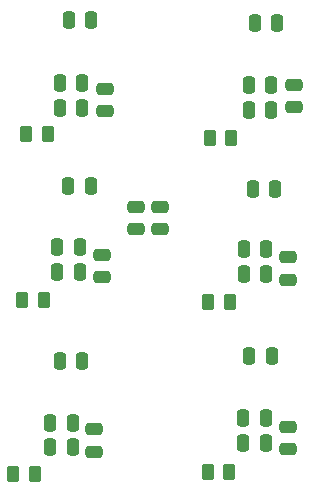
<source format=gbp>
G04 #@! TF.GenerationSoftware,KiCad,Pcbnew,(6.0.6)*
G04 #@! TF.CreationDate,2022-08-29T15:29:16+02:00*
G04 #@! TF.ProjectId,amplifier-board-six-channels,616d706c-6966-4696-9572-2d626f617264,rev?*
G04 #@! TF.SameCoordinates,Original*
G04 #@! TF.FileFunction,Paste,Bot*
G04 #@! TF.FilePolarity,Positive*
%FSLAX46Y46*%
G04 Gerber Fmt 4.6, Leading zero omitted, Abs format (unit mm)*
G04 Created by KiCad (PCBNEW (6.0.6)) date 2022-08-29 15:29:16*
%MOMM*%
%LPD*%
G01*
G04 APERTURE LIST*
G04 Aperture macros list*
%AMRoundRect*
0 Rectangle with rounded corners*
0 $1 Rounding radius*
0 $2 $3 $4 $5 $6 $7 $8 $9 X,Y pos of 4 corners*
0 Add a 4 corners polygon primitive as box body*
4,1,4,$2,$3,$4,$5,$6,$7,$8,$9,$2,$3,0*
0 Add four circle primitives for the rounded corners*
1,1,$1+$1,$2,$3*
1,1,$1+$1,$4,$5*
1,1,$1+$1,$6,$7*
1,1,$1+$1,$8,$9*
0 Add four rect primitives between the rounded corners*
20,1,$1+$1,$2,$3,$4,$5,0*
20,1,$1+$1,$4,$5,$6,$7,0*
20,1,$1+$1,$6,$7,$8,$9,0*
20,1,$1+$1,$8,$9,$2,$3,0*%
G04 Aperture macros list end*
%ADD10RoundRect,0.250000X-0.262500X-0.450000X0.262500X-0.450000X0.262500X0.450000X-0.262500X0.450000X0*%
%ADD11RoundRect,0.250000X-0.475000X0.250000X-0.475000X-0.250000X0.475000X-0.250000X0.475000X0.250000X0*%
%ADD12RoundRect,0.250000X0.250000X0.475000X-0.250000X0.475000X-0.250000X-0.475000X0.250000X-0.475000X0*%
%ADD13RoundRect,0.250000X-0.250000X-0.475000X0.250000X-0.475000X0.250000X0.475000X-0.250000X0.475000X0*%
%ADD14RoundRect,0.250000X0.475000X-0.250000X0.475000X0.250000X-0.475000X0.250000X-0.475000X-0.250000X0*%
G04 APERTURE END LIST*
D10*
X64500100Y-58751400D03*
X66325100Y-58751400D03*
X48056600Y-58898400D03*
X49881600Y-58898400D03*
D11*
X54881600Y-55098400D03*
X54881600Y-56998400D03*
X55531600Y-40348400D03*
X55531600Y-42248400D03*
D12*
X69412600Y-54201400D03*
X67512600Y-54201400D03*
X69462600Y-39851400D03*
X67562600Y-39851400D03*
X53681600Y-41798400D03*
X51781600Y-41798400D03*
X53896600Y-25823400D03*
X51996600Y-25823400D03*
D10*
X64687600Y-30426400D03*
X66512600Y-30426400D03*
D13*
X68312600Y-34751400D03*
X70212600Y-34751400D03*
X52681600Y-34498400D03*
X54581600Y-34498400D03*
X68012600Y-48951400D03*
X69912600Y-48951400D03*
D11*
X71262600Y-40551400D03*
X71262600Y-42451400D03*
D12*
X69887600Y-28076400D03*
X67987600Y-28076400D03*
X69887600Y-25976400D03*
X67987600Y-25976400D03*
D14*
X60502800Y-38186400D03*
X60502800Y-36286400D03*
D13*
X51981600Y-49298400D03*
X53881600Y-49298400D03*
D12*
X53896600Y-27923400D03*
X51996600Y-27923400D03*
D11*
X71812600Y-25951400D03*
X71812600Y-27851400D03*
D12*
X53681600Y-39698400D03*
X51781600Y-39698400D03*
D14*
X58420000Y-38186400D03*
X58420000Y-36286400D03*
D11*
X71262600Y-54901400D03*
X71262600Y-56801400D03*
D12*
X69462600Y-41951400D03*
X67562600Y-41951400D03*
X53081600Y-56648400D03*
X51181600Y-56648400D03*
D13*
X52746600Y-20473400D03*
X54646600Y-20473400D03*
D11*
X55831600Y-26298400D03*
X55831600Y-28198400D03*
D10*
X64550100Y-44301400D03*
X66375100Y-44301400D03*
X48819100Y-44198400D03*
X50644100Y-44198400D03*
D13*
X68487600Y-20726400D03*
X70387600Y-20726400D03*
D10*
X49134100Y-30123400D03*
X50959100Y-30123400D03*
D12*
X69412600Y-56301400D03*
X67512600Y-56301400D03*
X53081600Y-54548400D03*
X51181600Y-54548400D03*
M02*

</source>
